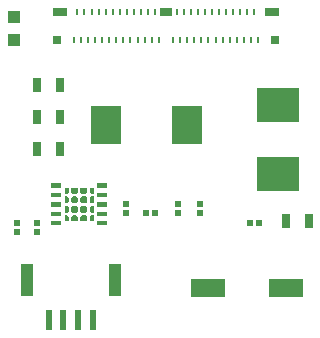
<source format=gtp>
G04*
G04 #@! TF.GenerationSoftware,Altium Limited,Altium Designer,18.0.7 (293)*
G04*
G04 Layer_Color=8421504*
%FSLAX25Y25*%
%MOIN*%
G70*
G01*
G75*
%ADD17R,0.03937X0.03937*%
%ADD18R,0.02756X0.02756*%
%ADD19R,0.00866X0.02047*%
%ADD20R,0.04724X0.02756*%
%ADD21R,0.03937X0.02756*%
%ADD22R,0.01968X0.02362*%
%ADD23R,0.02362X0.01968*%
%ADD24R,0.09843X0.12992*%
%ADD25R,0.11614X0.06299*%
%ADD26R,0.02756X0.05118*%
%ADD27R,0.02362X0.06693*%
%ADD28R,0.03937X0.11024*%
%ADD29R,0.14173X0.11811*%
G36*
X28520Y57174D02*
X25220D01*
Y58574D01*
X28520D01*
Y57174D01*
D02*
G37*
G36*
X34252Y55625D02*
X33695Y55068D01*
X32496D01*
X31939Y55625D01*
Y57180D01*
X34252D01*
Y55625D01*
D02*
G37*
G36*
X31152D02*
X30595Y55068D01*
X29841D01*
Y57180D01*
X31152D01*
Y55625D01*
D02*
G37*
G36*
X28520Y54024D02*
X25220D01*
Y55424D01*
X28520D01*
Y54024D01*
D02*
G37*
G36*
X34252Y53724D02*
Y52525D01*
X33695Y51968D01*
X32496D01*
X31939Y52525D01*
Y53724D01*
X32496Y54281D01*
X33695D01*
X34252Y53724D01*
D02*
G37*
G36*
X31152D02*
Y52525D01*
X30595Y51968D01*
X29841D01*
Y54281D01*
X30595D01*
X31152Y53724D01*
D02*
G37*
G36*
X28520Y50875D02*
X25220D01*
Y52275D01*
X28520D01*
Y50875D01*
D02*
G37*
G36*
X34252Y50624D02*
Y49425D01*
X33695Y48869D01*
X32496D01*
X31939Y49425D01*
Y50624D01*
X32496Y51181D01*
X33695D01*
X34252Y50624D01*
D02*
G37*
G36*
X31152D02*
Y49425D01*
X30595Y48869D01*
X29841D01*
Y51181D01*
X30595D01*
X31152Y50624D01*
D02*
G37*
G36*
X28520Y47725D02*
X25220D01*
Y49125D01*
X28520D01*
Y47725D01*
D02*
G37*
G36*
X34252Y47524D02*
Y45970D01*
X31939D01*
Y47524D01*
X32496Y48081D01*
X33695D01*
X34252Y47524D01*
D02*
G37*
G36*
X31152D02*
Y45970D01*
X29841D01*
Y48081D01*
X30595D01*
X31152Y47524D01*
D02*
G37*
G36*
X28520Y44576D02*
X25220D01*
Y45976D01*
X28520D01*
Y44576D01*
D02*
G37*
G36*
X44071Y57174D02*
X40771D01*
Y58574D01*
X44071D01*
Y57174D01*
D02*
G37*
G36*
X39451Y55068D02*
X38696D01*
X38139Y55625D01*
Y57180D01*
X39451D01*
Y55068D01*
D02*
G37*
G36*
X37352Y55625D02*
X36795Y55068D01*
X35596D01*
X35039Y55625D01*
Y57180D01*
X37352D01*
Y55625D01*
D02*
G37*
G36*
X44071Y54024D02*
X40771D01*
Y55424D01*
X44071D01*
Y54024D01*
D02*
G37*
G36*
X39451Y51968D02*
X38696D01*
X38139Y52525D01*
Y53724D01*
X38696Y54281D01*
X39451D01*
Y51968D01*
D02*
G37*
G36*
X37352Y53724D02*
Y52525D01*
X36795Y51968D01*
X35596D01*
X35039Y52525D01*
Y53724D01*
X35596Y54281D01*
X36795D01*
X37352Y53724D01*
D02*
G37*
G36*
X44071Y50875D02*
X40771D01*
Y52275D01*
X44071D01*
Y50875D01*
D02*
G37*
G36*
X39451Y48869D02*
X38696D01*
X38139Y49425D01*
Y50624D01*
X38696Y51181D01*
X39451D01*
Y48869D01*
D02*
G37*
G36*
X37352Y50624D02*
Y49425D01*
X36795Y48869D01*
X35596D01*
X35039Y49425D01*
Y50624D01*
X35596Y51181D01*
X36795D01*
X37352Y50624D01*
D02*
G37*
G36*
X44071Y47725D02*
X40771D01*
Y49125D01*
X44071D01*
Y47725D01*
D02*
G37*
G36*
X39451Y45970D02*
X38139D01*
Y47524D01*
X38696Y48081D01*
X39451D01*
Y45970D01*
D02*
G37*
G36*
X37352Y47524D02*
Y45970D01*
X35039D01*
Y47524D01*
X35596Y48081D01*
X36795D01*
X37352Y47524D01*
D02*
G37*
G36*
X44071Y44576D02*
X40771D01*
Y45976D01*
X44071D01*
Y44576D01*
D02*
G37*
D17*
X12795Y106299D02*
D03*
Y114173D02*
D03*
D18*
X27362Y106535D02*
D03*
X99803D02*
D03*
D19*
X68307Y106496D02*
D03*
X70669D02*
D03*
X75394D02*
D03*
X73032D02*
D03*
X82480D02*
D03*
X84842D02*
D03*
X80118D02*
D03*
X77756D02*
D03*
X91929D02*
D03*
X94291D02*
D03*
X89567D02*
D03*
X87205D02*
D03*
X65945D02*
D03*
X32874D02*
D03*
X54134D02*
D03*
X56496D02*
D03*
X61221D02*
D03*
X58858D02*
D03*
X44685D02*
D03*
X47047D02*
D03*
X51772D02*
D03*
X49409D02*
D03*
X39961D02*
D03*
X42323D02*
D03*
X37598D02*
D03*
X35236D02*
D03*
X34055Y115827D02*
D03*
X36417D02*
D03*
X41142D02*
D03*
X38780D02*
D03*
X48228D02*
D03*
X50591D02*
D03*
X45866D02*
D03*
X43504D02*
D03*
X57677D02*
D03*
X60039D02*
D03*
X55315D02*
D03*
X52953D02*
D03*
X86024D02*
D03*
X88386D02*
D03*
X93110D02*
D03*
X90748D02*
D03*
X76575D02*
D03*
X78937D02*
D03*
X83661D02*
D03*
X81299D02*
D03*
X71850D02*
D03*
X74213D02*
D03*
X69488D02*
D03*
X67126D02*
D03*
D20*
X28346Y115591D02*
D03*
X98819D02*
D03*
D21*
X63583D02*
D03*
D22*
X57087Y48622D02*
D03*
X60039D02*
D03*
X94488Y45276D02*
D03*
X91535D02*
D03*
D23*
X20472D02*
D03*
Y42323D02*
D03*
X74803Y48720D02*
D03*
Y51673D02*
D03*
X67716Y48622D02*
D03*
Y51575D02*
D03*
X13780Y45276D02*
D03*
Y42323D02*
D03*
X50394Y48622D02*
D03*
Y51575D02*
D03*
D24*
X43504Y77953D02*
D03*
X70669D02*
D03*
D25*
X77461Y23622D02*
D03*
X103642D02*
D03*
D26*
X111221Y46063D02*
D03*
X103740D02*
D03*
X28150Y91339D02*
D03*
X20669D02*
D03*
X28150Y80709D02*
D03*
X20669D02*
D03*
X28150Y70079D02*
D03*
X20669D02*
D03*
D27*
X34350Y13091D02*
D03*
X29429D02*
D03*
X39272D02*
D03*
X24508D02*
D03*
D28*
X17224Y26280D02*
D03*
X46555D02*
D03*
D29*
X100787Y84646D02*
D03*
Y61811D02*
D03*
M02*

</source>
